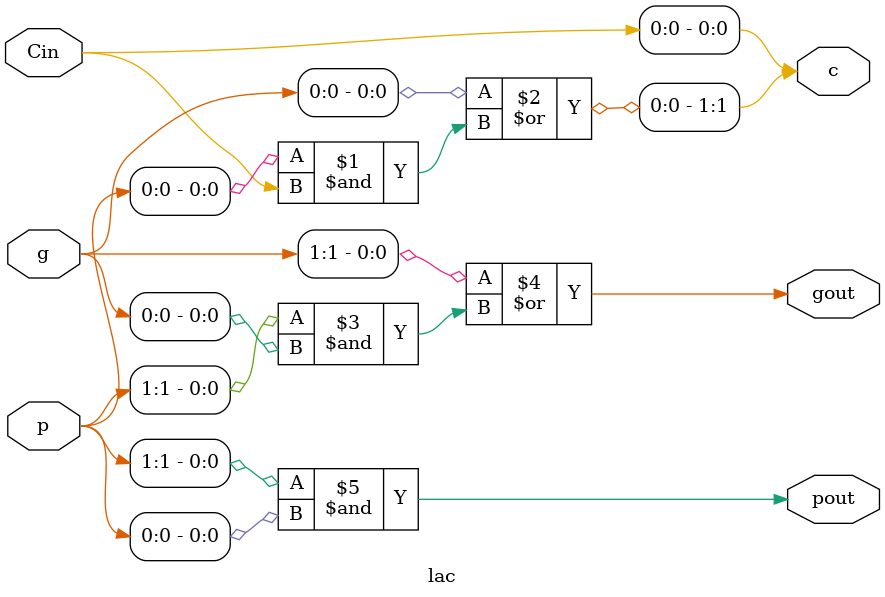
<source format=v>
module lac(c, gout, pout, Cin, g, p);
  output [1:0] c;
  output gout;
  output pout;
  input Cin;
  input [1:0] g;
  input [1:0] p;
  assign c[0] = Cin;
  assign c[1] = g[0] | ( p[0] & Cin );
  assign gout = g[1] | ( p[1] & g[0] );
  assign pout = p[1] & p[0];
endmodule
</source>
